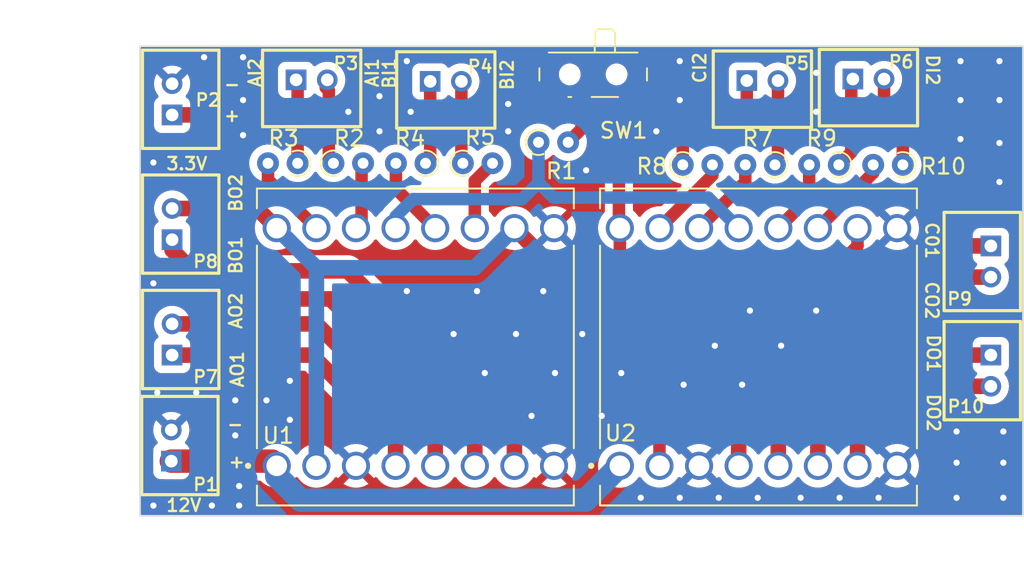
<source format=kicad_pcb>
(kicad_pcb (version 20221018) (generator pcbnew)
  (layers (0 "F.Cu" signal) (31 "B.Cu" signal) (34 "B.Paste" user) (35 "F.Paste" user) (36 "B.SilkS" user "B.Silkscreen") (37 "F.SilkS" user "F.Silkscreen") (38 "B.Mask" user) (39 "F.Mask" user) (44 "Edge.Cuts" user))
  (net 0 "")
  (net 1 "+12V")
  (net 2 "GND")
  (net 3 "/STBY")
  (net 4 "/INA1")
  (net 5 "/INA2")
  (net 6 "/INB1")
  (net 7 "/INB2")
  (net 8 "Net-(SW1-B)")
  (net 9 "/INC1")
  (net 10 "/INC2")
  (net 11 "/IND1")
  (net 12 "/IND2")
  (net 13 "/OUTA1")
  (net 14 "/OUTA2")
  (net 15 "/OUTB1")
  (net 16 "/OUTB2")
  (net 17 "/OUTC1")
  (net 18 "/OUTC2")
  (net 19 "/OUTD1")
  (net 20 "/OUTD2")
  (net 21 "+3.3V")
  (net 22 "Net-(U1-AI1)")
  (net 23 "Net-(U1-AI2)")
  (net 24 "Net-(U1-BI1)")
  (net 25 "Net-(U1-BI2)")
  (net 26 "Net-(U2-AI1)")
  (net 27 "Net-(U2-AI2)")
  (net 28 "Net-(U2-BI1)")
  (net 29 "Net-(U2-BI2)")
  (footprint "B2B-PH-K:B2B-PH-K" (layer "F.Cu") (at 229.5 121.05)
    (fp_text reference "P4" (at 2.2 -0.95) (layer "F.SilkS") (effects (font (size 0.8 0.8))))
    (fp_text value "B2B-PH-K")
    (fp_line (start -3.15 -1.9) (end 3.15 -1.9) (stroke (width 0.2032)) (layer "F.SilkS"))
    (fp_line (start -3.15 3) (end -3.15 -1.9) (stroke (width 0.2032)) (layer "F.SilkS"))
    (fp_line (start 3.15 -1.9) (end 3.15 3) (stroke (width 0.2032)) (layer "F.SilkS"))
    (fp_line (start 3.15 3) (end -3.15 3) (stroke (width 0.2032)) (layer "F.SilkS"))
    (pad "1" thru_hole rect (at -1 0) (size 1.3208 1.3208) (drill 0.8128) (layers "*.Cu" "*.Mask") (net 6 "/INB1"))
    (pad "2" thru_hole circle (at 1 0) (size 1.3208 1.3208) (drill 0.8128) (layers "*.Cu" "*.Mask") (net 7 "/INB2"))
  )
  (footprint "Resistor_THT:R_Axial_DIN0204_L3.6mm_D1.6mm_P1.90mm_Vertical" (layer "F.Cu") (at 258.805 126.4 180)
    (fp_text reference "R10" (at -2.595 -0.1) (layer "F.SilkS"))
    (fp_text value "4k")
    (fp_arc (start 0.320095 0.749359) (mid -0.813042 -0.054435) (end 0.417133 -0.7) (stroke (width 0.12)) (layer "F.SilkS"))
    (pad "1" thru_hole circle (at 0 0 180) (size 1.4 1.4) (drill 0.7) (layers "*.Cu" "*.Mask") (net 12 "/IND2"))
    (pad "2" thru_hole oval (at 1.9 0 180) (size 1.4 1.4) (drill 0.7) (layers "*.Cu" "*.Mask") (net 29 "Net-(U2-BI2)"))
  )
  (footprint "B2B-PH-K:B2B-PH-K" (layer "F.Cu") (at 249.8 121)
    (fp_text reference "P5" (at 2.2 -1.1) (layer "F.SilkS") (effects (font (size 0.8 0.8))))
    (fp_text value "B2B-PH-K")
    (fp_line (start -3.15 -1.9) (end 3.15 -1.9) (stroke (width 0.2032)) (layer "F.SilkS"))
    (fp_line (start -3.15 3) (end -3.15 -1.9) (stroke (width 0.2032)) (layer "F.SilkS"))
    (fp_line (start 3.15 -1.9) (end 3.15 3) (stroke (width 0.2032)) (layer "F.SilkS"))
    (fp_line (start 3.15 3) (end -3.15 3) (stroke (width 0.2032)) (layer "F.SilkS"))
    (pad "1" thru_hole rect (at -1 0) (size 1.3208 1.3208) (drill 0.8128) (layers "*.Cu" "*.Mask") (net 10 "/INC2"))
    (pad "2" thru_hole circle (at 1 0) (size 1.3208 1.3208) (drill 0.8128) (layers "*.Cu" "*.Mask") (net 9 "/INC1"))
  )
  (footprint "B2B-PH-K:B2B-PH-K" (layer "F.Cu") (at 264.45 139.6 -90)
    (fp_text reference "P10" (at 2.3 1.6) (layer "F.SilkS") (effects (font (size 0.8 0.8))))
    (fp_text value "B2B-PH-K")
    (fp_line (start -3.15 -1.9) (end 3.15 -1.9) (stroke (width 0.2032)) (layer "F.SilkS"))
    (fp_line (start -3.15 3) (end -3.15 -1.9) (stroke (width 0.2032)) (layer "F.SilkS"))
    (fp_line (start 3.15 -1.9) (end 3.15 3) (stroke (width 0.2032)) (layer "F.SilkS"))
    (fp_line (start 3.15 3) (end -3.15 3) (stroke (width 0.2032)) (layer "F.SilkS"))
    (pad "1" thru_hole rect (at -1 0 270) (size 1.3208 1.3208) (drill 0.8128) (layers "*.Cu" "*.Mask") (net 20 "/OUTD2"))
    (pad "2" thru_hole circle (at 1 0 270) (size 1.3208 1.3208) (drill 0.8128) (layers "*.Cu" "*.Mask") (net 19 "/OUTD1"))
  )
  (footprint "B2B-PH-K:B2B-PH-K" (layer "F.Cu") (at 211.95 137.6 90)
    (fp_text reference "P7" (at -2.4 2.15 180) (layer "F.SilkS") (effects (font (size 0.8 0.8))))
    (fp_text value "B2B-PH-K")
    (fp_line (start -3.15 -1.9) (end 3.15 -1.9) (stroke (width 0.2032)) (layer "F.SilkS"))
    (fp_line (start -3.15 3) (end -3.15 -1.9) (stroke (width 0.2032)) (layer "F.SilkS"))
    (fp_line (start 3.15 -1.9) (end 3.15 3) (stroke (width 0.2032)) (layer "F.SilkS"))
    (fp_line (start 3.15 3) (end -3.15 3) (stroke (width 0.2032)) (layer "F.SilkS"))
    (pad "1" thru_hole rect (at -1 0 90) (size 1.3208 1.3208) (drill 0.8128) (layers "*.Cu" "*.Mask") (net 13 "/OUTA1"))
    (pad "2" thru_hole circle (at 1 0 90) (size 1.3208 1.3208) (drill 0.8128) (layers "*.Cu" "*.Mask") (net 14 "/OUTA2"))
  )
  (footprint "Resistor_THT:R_Axial_DIN0204_L3.6mm_D1.6mm_P1.90mm_Vertical" (layer "F.Cu") (at 228.2 126.3 180)
    (fp_text reference "R4" (at 1 1.6) (layer "F.SilkS"))
    (fp_text value "4k")
    (fp_arc (start 0.320095 0.749359) (mid -0.813042 -0.054435) (end 0.417133 -0.7) (stroke (width 0.12)) (layer "F.SilkS"))
    (pad "1" thru_hole circle (at 0 0 180) (size 1.4 1.4) (drill 0.7) (layers "*.Cu" "*.Mask") (net 6 "/INB1"))
    (pad "2" thru_hole oval (at 1.9 0 180) (size 1.4 1.4) (drill 0.7) (layers "*.Cu" "*.Mask") (net 24 "Net-(U1-BI1)"))
  )
  (footprint "B2B-PH-K:B2B-PH-K" (layer "F.Cu") (at 211.95 122.2 90)
    (fp_text reference "P2" (at -0.05 2.3 180) (layer "F.SilkS") (effects (font (size 0.8 0.8))))
    (fp_text value "B2B-PH-K")
    (fp_line (start -3.15 -1.9) (end 3.15 -1.9) (stroke (width 0.2032)) (layer "F.SilkS"))
    (fp_line (start -3.15 3) (end -3.15 -1.9) (stroke (width 0.2032)) (layer "F.SilkS"))
    (fp_line (start 3.15 -1.9) (end 3.15 3) (stroke (width 0.2032)) (layer "F.SilkS"))
    (fp_line (start 3.15 3) (end -3.15 3) (stroke (width 0.2032)) (layer "F.SilkS"))
    (pad "1" thru_hole rect (at -1 0 90) (size 1.3208 1.3208) (drill 0.8128) (layers "*.Cu" "*.Mask") (net 21 "+3.3V"))
    (pad "2" thru_hole circle (at 1 0 90) (size 1.3208 1.3208) (drill 0.8128) (layers "*.Cu" "*.Mask") (net 2 "GND"))
  )
  (footprint "Resistor_THT:R_Axial_DIN0204_L3.6mm_D1.6mm_P1.90mm_Vertical" (layer "F.Cu") (at 244.695 126.4)
    (fp_text reference "R8" (at -1.995 0.1 180) (layer "F.SilkS"))
    (fp_text value "4k")
    (fp_arc (start 0.320095 0.749359) (mid -0.813042 -0.054435) (end 0.417133 -0.7) (stroke (width 0.12)) (layer "F.SilkS"))
    (pad "1" thru_hole circle (at 0 0) (size 1.4 1.4) (drill 0.7) (layers "*.Cu" "*.Mask") (net 10 "/INC2"))
    (pad "2" thru_hole oval (at 1.9 0) (size 1.4 1.4) (drill 0.7) (layers "*.Cu" "*.Mask") (net 27 "Net-(U2-AI2)"))
  )
  (footprint "Resistor_THT:R_Axial_DIN0204_L3.6mm_D1.6mm_P1.90mm_Vertical" (layer "F.Cu") (at 250.605 126.4 180)
    (fp_text reference "R7" (at 1.105 1.7) (layer "F.SilkS"))
    (fp_text value "4k")
    (fp_arc (start 0.320095 0.749359) (mid -0.813042 -0.054435) (end 0.417133 -0.7) (stroke (width 0.12)) (layer "F.SilkS"))
    (pad "1" thru_hole circle (at 0 0 180) (size 1.4 1.4) (drill 0.7) (layers "*.Cu" "*.Mask") (net 9 "/INC1"))
    (pad "2" thru_hole oval (at 1.9 0 180) (size 1.4 1.4) (drill 0.7) (layers "*.Cu" "*.Mask") (net 26 "Net-(U2-AI1)"))
  )
  (footprint "Resistor_THT:R_Axial_DIN0204_L3.6mm_D1.6mm_P1.90mm_Vertical" (layer "F.Cu") (at 254.7 126.4 180)
    (fp_text reference "R9" (at 1.1 1.7) (layer "F.SilkS"))
    (fp_text value "4k")
    (fp_arc (start 0.320095 0.749359) (mid -0.813042 -0.054435) (end 0.417133 -0.7) (stroke (width 0.12)) (layer "F.SilkS"))
    (pad "1" thru_hole circle (at 0 0 180) (size 1.4 1.4) (drill 0.7) (layers "*.Cu" "*.Mask") (net 11 "/IND1"))
    (pad "2" thru_hole oval (at 1.9 0 180) (size 1.4 1.4) (drill 0.7) (layers "*.Cu" "*.Mask") (net 28 "Net-(U2-BI1)"))
  )
  (footprint "B2B-PH-K:B2B-PH-K" (layer "F.Cu") (at 211.95 130.2 90)
    (fp_text reference "P8" (at -2.4 2.15 180) (layer "F.SilkS") (effects (font (size 0.8 0.8))))
    (fp_text value "B2B-PH-K")
    (fp_line (start -3.15 -1.9) (end 3.15 -1.9) (stroke (width 0.2032)) (layer "F.SilkS"))
    (fp_line (start -3.15 3) (end -3.15 -1.9) (stroke (width 0.2032)) (layer "F.SilkS"))
    (fp_line (start 3.15 -1.9) (end 3.15 3) (stroke (width 0.2032)) (layer "F.SilkS"))
    (fp_line (start 3.15 3) (end -3.15 3) (stroke (width 0.2032)) (layer "F.SilkS"))
    (pad "1" thru_hole rect (at -1 0 90) (size 1.3208 1.3208) (drill 0.8128) (layers "*.Cu" "*.Mask") (net 16 "/OUTB2"))
    (pad "2" thru_hole circle (at 1 0 90) (size 1.3208 1.3208) (drill 0.8128) (layers "*.Cu" "*.Mask") (net 15 "/OUTB1"))
  )
  (footprint "Button_Switch_SMD:SW_SPDT_PCM12" (layer "F.Cu") (at 238.95 120.93 180)
    (fp_text reference "SW1" (at -1.95 -3.27 180) (layer "F.SilkS"))
    (fp_text value "SW_SPDT")
    (fp_line (start -3.45 -0.07) (end -3.45 0.72) (stroke (width 0.12)) (layer "F.SilkS"))
    (fp_line (start -2.85 1.73) (end 2.85 1.73) (stroke (width 0.12)) (layer "F.SilkS"))
    (fp_line (start -1.6 -1.12) (end 0.1 -1.12) (stroke (width 0.12)) (layer "F.SilkS"))
    (fp_line (start -1.4 1.73) (end -1.4 3.02) (stroke (width 0.12)) (layer "F.SilkS"))
    (fp_line (start -1.4 3.02) (end -1.2 3.23) (stroke (width 0.12)) (layer "F.SilkS"))
    (fp_line (start -1.2 3.23) (end -0.3 3.23) (stroke (width 0.12)) (layer "F.SilkS"))
    (fp_line (start -0.1 3.02) (end -0.3 3.23) (stroke (width 0.12)) (layer "F.SilkS"))
    (fp_line (start -0.1 3.02) (end -0.1 1.73) (stroke (width 0.12)) (layer "F.SilkS"))
    (fp_line (start 1.4 -1.12) (end 1.6 -1.12) (stroke (width 0.12)) (layer "F.SilkS"))
    (fp_line (start 3.45 0.72) (end 3.45 -0.07) (stroke (width 0.12)) (layer "F.SilkS"))
    (pad "" smd rect (at -3.65 -0.78 180) (size 1 0.8) (layers "F.Cu" "F.Paste" "F.Mask"))
    (pad "" smd rect (at -3.65 1.43 180) (size 1 0.8) (layers "F.Cu" "F.Paste" "F.Mask"))
    (pad "" np_thru_hole circle (at -1.5 0.33 180) (size 0.9 0.9) (drill 0.9) (layers "*.Cu" "*.Mask"))
    (pad "" np_thru_hole circle (at 1.5 0.33 180) (size 0.9 0.9) (drill 0.9) (layers "*.Cu" "*.Mask"))
    (pad "" smd rect (at 3.65 -0.78 180) (size 1 0.8) (layers "F.Cu" "F.Paste" "F.Mask"))
    (pad "" smd rect (at 3.65 1.43 180) (size 1 0.8) (layers "F.Cu" "F.Paste" "F.Mask"))
    (pad "1" smd rect (at -2.25 -1.43 180) (size 0.7 1.5) (layers "F.Cu" "F.Paste" "F.Mask") (net 21 "+3.3V"))
    (pad "2" smd rect (at 0.75 -1.43 180) (size 0.7 1.5) (layers "F.Cu" "F.Paste" "F.Mask") (net 8 "Net-(SW1-B)"))
    (pad "3" smd rect (at 2.25 -1.43 180) (size 0.7 1.5) (layers "F.Cu" "F.Paste" "F.Mask") (net 2 "GND"))
  )
  (footprint "motor driver:TB6612FNG_2" (layer "F.Cu") (at 249.55 138.08 90)
    (fp_text reference "U2" (at -5.5332 -8.85 180) (layer "F.SilkS"))
    (fp_text value "TB6612FNG")
    (fp_line (start -10.16 -10.16) (end -10.16 10.16) (stroke (width 0.127)) (layer "F.SilkS"))
    (fp_line (start -8.89 -10.16) (end -10.16 -10.16) (stroke (width 0.127)) (layer "F.SilkS"))
    (fp_line (start -8.89 10.16) (end -10.16 10.16) (stroke (width 0.127)) (layer "F.SilkS"))
    (fp_line (start -6.5 -10.16) (end 6.5 -10.16) (stroke (width 0.127)) (layer "F.SilkS"))
    (fp_line (start -6.5 10.16) (end 6.5 10.16) (stroke (width 0.127)) (layer "F.SilkS"))
    (fp_line (start 8.89 -10.16) (end 10.16 -10.16) (stroke (width 0.127)) (layer "F.SilkS"))
    (fp_line (start 8.89 10.16) (end 10.16 10.16) (stroke (width 0.127)) (layer "F.SilkS"))
    (fp_line (start 10.16 10.16) (end 10.16 -10.16) (stroke (width 0.127)) (layer "F.SilkS"))
    (fp_circle (center -7.62 -10.7282) (end -7.52 -10.7282) (stroke (width 0.2)) (fill none) (layer "F.SilkS"))
    (pad "1" thru_hole circle (at -7.62 -8.89 90) (size 1.8 1.8) (drill 1.32) (layers "*.Cu" "*.Mask") (net 1 "+12V"))
    (pad "2" thru_hole circle (at -7.62 -6.35 90) (size 1.8 1.8) (drill 1.32) (layers "*.Cu" "*.Mask") (net 21 "+3.3V"))
    (pad "3" thru_hole circle (at -7.62 -3.81 90) (size 1.8 1.8) (drill 1.32) (layers "*.Cu" "*.Mask") (net 2 "GND"))
    (pad "4" thru_hole circle (at -7.62 -1.27 90) (size 1.8 1.8) (drill 1.32) (layers "*.Cu" "*.Mask") (net 17 "/OUTC1"))
    (pad "5" thru_hole circle (at -7.62 1.27 90) (size 1.8 1.8) (drill 1.32) (layers "*.Cu" "*.Mask") (net 18 "/OUTC2"))
    (pad "6" thru_hole circle (at -7.62 3.81 90) (size 1.8 1.8) (drill 1.32) (layers "*.Cu" "*.Mask") (net 20 "/OUTD2"))
    (pad "7" thru_hole circle (at -7.62 6.35 90) (size 1.8 1.8) (drill 1.32) (layers "*.Cu" "*.Mask") (net 19 "/OUTD1"))
    (pad "8" thru_hole circle (at -7.62 8.89 90) (size 1.8 1.8) (drill 1.32) (layers "*.Cu" "*.Mask") (net 2 "GND"))
    (pad "9" thru_hole circle (at 7.62 8.89 90) (size 1.8 1.8) (drill 1.32) (layers "*.Cu" "*.Mask") (net 2 "GND"))
    (pad "10" thru_hole circle (at 7.62 6.35 90) (size 1.8 1.8) (drill 1.32) (layers "*.Cu" "*.Mask") (net 21 "+3.3V"))
    (pad "11" thru_hole circle (at 7.62 3.81 90) (size 1.8 1.8) (drill 1.32) (layers "*.Cu" "*.Mask") (net 29 "Net-(U2-BI2)"))
    (pad "12" thru_hole circle (at 7.62 1.27 90) (size 1.8 1.8) (drill 1.32) (layers "*.Cu" "*.Mask") (net 28 "Net-(U2-BI1)"))
    (pad "13" thru_hole circle (at 7.62 -1.27 90) (size 1.8 1.8) (drill 1.32) (layers "*.Cu" "*.Mask") (net 3 "/STBY"))
    (pad "14" thru_hole circle (at 7.62 -3.81 90) (size 1.8 1.8) (drill 1.32) (layers "*.Cu" "*.Mask") (net 26 "Net-(U2-AI1)"))
    (pad "15" thru_hole circle (at 7.62 -6.35 90) (size 1.8 1.8) (drill 1.32) (layers "*.Cu" "*.Mask") (net 27 "Net-(U2-AI2)"))
    (pad "16" thru_hole circle (at 7.62 -8.89 90) (size 1.8 1.8) (drill 1.32) (layers "*.Cu" "*.Mask") (net 21 "+3.3V"))
  )
  (footprint "Resistor_THT:R_Axial_DIN0204_L3.6mm_D1.6mm_P1.90mm_Vertical" (layer "F.Cu") (at 222.295 126.3)
    (fp_text reference "R2" (at 1.005 -1.6) (layer "F.SilkS"))
    (fp_text value "4k")
    (fp_arc (start 0.320095 0.749359) (mid -0.813042 -0.054435) (end 0.417133 -0.7) (stroke (width 0.12)) (layer "F.SilkS"))
    (pad "1" thru_hole circle (at 0 0) (size 1.4 1.4) (drill 0.7) (layers "*.Cu" "*.Mask") (net 4 "/INA1"))
    (pad "2" thru_hole oval (at 1.9 0) (size 1.4 1.4) (drill 0.7) (layers "*.Cu" "*.Mask") (net 22 "Net-(U1-AI1)"))
  )
  (footprint "Resistor_THT:R_Axial_DIN0204_L3.6mm_D1.6mm_P1.90mm_Vertical" (layer "F.Cu") (at 220 126.3 180)
    (fp_text reference "R3" (at 0.9 1.6) (layer "F.SilkS"))
    (fp_text value "4k")
    (fp_arc (start 0.320095 0.749359) (mid -0.813042 -0.054435) (end 0.417133 -0.7) (stroke (width 0.12)) (layer "F.SilkS"))
    (pad "1" thru_hole circle (at 0 0 180) (size 1.4 1.4) (drill 0.7) (layers "*.Cu" "*.Mask") (net 5 "/INA2"))
    (pad "2" thru_hole oval (at 1.9 0 180) (size 1.4 1.4) (drill 0.7) (layers "*.Cu" "*.Mask") (net 23 "Net-(U1-AI2)"))
  )
  (footprint "B2B-PH-K:B2B-PH-K" (layer "F.Cu") (at 211.9 144.4 90)
    (fp_text reference "P1" (at -2.5 2.2 180) (layer "F.SilkS") (effects (font (size 0.8 0.8))))
    (fp_text value "B2B-PH-K")
    (fp_line (start -3.15 -1.9) (end 3.15 -1.9) (stroke (width 0.2032)) (layer "F.SilkS"))
    (fp_line (start -3.15 3) (end -3.15 -1.9) (stroke (width 0.2032)) (layer "F.SilkS"))
    (fp_line (start 3.15 -1.9) (end 3.15 3) (stroke (width 0.2032)) (layer "F.SilkS"))
    (fp_line (start 3.15 3) (end -3.15 3) (stroke (width 0.2032)) (layer "F.SilkS"))
    (pad "1" thru_hole rect (at -1 0 90) (size 1.3208 1.3208) (drill 0.8128) (layers "*.Cu" "*.Mask") (net 1 "+12V"))
    (pad "2" thru_hole circle (at 1 0 90) (size 1.3208 1.3208) (drill 0.8128) (layers "*.Cu" "*.Mask") (net 2 "GND"))
  )
  (footprint "B2B-PH-K:B2B-PH-K" (layer "F.Cu") (at 264.45 132.6 -90)
    (fp_text reference "P9" (at 2.4 2) (layer "F.SilkS") (effects (font (size 0.8 0.8))))
    (fp_text value "B2B-PH-K")
    (fp_line (start -3.15 -1.9) (end 3.15 -1.9) (stroke (width 0.2032)) (layer "F.SilkS"))
    (fp_line (start -3.15 3) (end -3.15 -1.9) (stroke (width 0.2032)) (layer "F.SilkS"))
    (fp_line (start 3.15 -1.9) (end 3.15 3) (stroke (width 0.2032)) (layer "F.SilkS"))
    (fp_line (start 3.15 3) (end -3.15 3) (stroke (width 0.2032)) (layer "F.SilkS"))
    (pad "1" thru_hole rect (at -1 0 270) (size 1.3208 1.3208) (drill 0.8128) (layers "*.Cu" "*.Mask") (net 17 "/OUTC1"))
    (pad "2" thru_hole circle (at 1 0 270) (size 1.3208 1.3208) (drill 0.8128) (layers "*.Cu" "*.Mask") (net 18 "/OUTC2"))
  )
  (footprint "B2B-PH-K:B2B-PH-K" (layer "F.Cu") (at 220.9 120.95)
    (fp_text reference "P3" (at 2.2 -1.05) (layer "F.SilkS") (effects (font (size 0.8 0.8))))
    (fp_text value "B2B-PH-K")
    (fp_line (start -3.15 -1.9) (end 3.15 -1.9) (stroke (width 0.2032)) (layer "F.SilkS"))
    (fp_line (start -3.15 3) (end -3.15 -1.9) (stroke (width 0.2032)) (layer "F.SilkS"))
    (fp_line (start 3.15 -1.9) (end 3.15 3) (stroke (width 0.2032)) (layer "F.SilkS"))
    (fp_line (start 3.15 3) (end -3.15 3) (stroke (width 0.2032)) (layer "F.SilkS"))
    (pad "1" thru_hole rect (at -1 0) (size 1.3208 1.3208) (drill 0.8128) (layers "*.Cu" "*.Mask") (net 5 "/INA2"))
    (pad "2" thru_hole circle (at 1 0) (size 1.3208 1.3208) (drill 0.8128) (layers "*.Cu" "*.Mask") (net 4 "/INA1"))
  )
  (footprint "Resistor_THT:R_Axial_DIN0204_L3.6mm_D1.6mm_P1.90mm_Vertical" (layer "F.Cu") (at 235.445 124.955)
    (fp_text reference "R1" (at 1.455 1.845 180) (layer "F.SilkS"))
    (fp_text value "10k")
    (fp_arc (start 0.320095 0.749359) (mid -0.813042 -0.054435) (end 0.417133 -0.7) (stroke (width 0.12)) (layer "F.SilkS"))
    (pad "1" thru_hole circle (at 0 0) (size 1.4 1.4) (drill 0.7) (layers "*.Cu" "*.Mask") (net 3 "/STBY"))
    (pad "2" thru_hole oval (at 1.9 0) (size 1.4 1.4) (drill 0.7) (layers "*.Cu" "*.Mask") (net 8 "Net-(SW1-B)"))
  )
  (footprint "B2B-PH-K:B2B-PH-K" (layer "F.Cu") (at 256.6 120.9)
    (fp_text reference "P6" (at 2.1 -1.1) (layer "F.SilkS") (effects (font (size 0.8 0.8))))
    (fp_text value "B2B-PH-K")
    (fp_line (start -3.15 -1.9) (end 3.15 -1.9) (stroke (width 0.2032)) (layer "F.SilkS"))
    (fp_line (start -3.15 3) (end -3.15 -1.9) (stroke (width 0.2032)) (layer "F.SilkS"))
    (fp_line (start 3.15 -1.9) (end 3.15 3) (stroke (width 0.2032)) (layer "F.SilkS"))
    (fp_line (start 3.15 3) (end -3.15 3) (stroke (width 0.2032)) (layer "F.SilkS"))
    (pad "1" thru_hole rect (at -1 0) (size 1.3208 1.3208) (drill 0.8128) (layers "*.Cu" "*.Mask") (net 11 "/IND1"))
    (pad "2" thru_hole circle (at 1 0) (size 1.3208 1.3208) (drill 0.8128) (layers "*.Cu" "*.Mask") (net 12 "/IND2"))
  )
  (footprint "motor driver:TB6612FNG_2" (layer "F.Cu") (at 227.55 138.08 90)
    (fp_text reference "U1" (at -5.68 -8.79 180) (layer "F.SilkS"))
    (fp_text value "TB6612FNG")
    (fp_line (start -10.16 -10.16) (end -10.16 10.16) (stroke (width 0.127)) (layer "F.SilkS"))
    (fp_line (start -8.89 -10.16) (end -10.16 -10.16) (stroke (width 0.127)) (layer "F.SilkS"))
    (fp_line (start -8.89 10.16) (end -10.16 10.16) (stroke (width 0.127)) (layer "F.SilkS"))
    (fp_line (start -6.5 -10.16) (end 6.5 -10.16) (stroke (width 0.127)) (layer "F.SilkS"))
    (fp_line (start -6.5 10.16) (end 6.5 10.16) (stroke (width 0.127)) (layer "F.SilkS"))
    (fp_line (start 8.89 -10.16) (end 10.16 -10.16) (stroke (width 0.127)) (layer "F.SilkS"))
    (fp_line (start 8.89 10.16) (end 10.16 10.16) (stroke (width 0.127)) (layer "F.SilkS"))
    (fp_line (start 10.16 10.16) (end 10.16 -10.16) (stroke (width 0.127)) (layer "F.SilkS"))
    (fp_circle (center -7.62 -10.7282) (end -7.52 -10.7282) (stroke (width 0.2)) (fill none) (layer "F.SilkS"))
    (pad "1" thru_hole circle (at -7.62 -8.89 90) (size 1.8 1.8) (drill 1.32) (layers "*.Cu" "*.Mask") (net 1 "+12V"))
    (pad "2" thru_hole circle (at -7.62 -6.35 90) (size 1.8 1.8) (drill 1.32) (layers "*.Cu" "*.Mask") (net 21 "+3.3V"))
    (pad "3" thru_hole circle (at -7.62 -3.81 90) (size 1.8 1.8) (drill 1.32) (layers "*.Cu" "*.Mask") (net 2 "GND"))
    (pad "4" thru_hole circle (at -7.62 -1.27 90) (size 1.8 1.8) (drill 1.32) (layers "*.Cu" "*.Mask") (net 13 "/OUTA1"))
    (pad "5" thru_hole circle (at -7.62 1.27 90) (size 1.8 1.8) (drill 1.32) (layers "*.Cu" "*.Mask") (net 14 "/OUTA2"))
    (pad "6" thru_hole circle (at -7.62 3.81 90) (size 1.8 1.8) (drill 1.32) (layers "*.Cu" "*.Mask") (net 16 "/OUTB2"))
    (pad "7" thru_hole circle (at -7.62 6.35 90) (size 1.8 1.8) (drill 1.32) (layers "*.Cu" "*.Mask") (net 15 "/OUTB1"))
    (pad "8" thru_hole circle (at -7.62 8.89 90) (size 1.8 1.8) (drill 1.32) (layers "*.Cu" "*.Mask") (net 2 "GND"))
    (pad "9" thru_hole circle (at 7.62 8.89 90) (size 1.8 1.8) (drill 1.32) (layers "*.Cu" "*.Mask") (net 2 "GND"))
    (pad "10" thru_hole circle (at 7.62 6.35 90) (size 1.8 1.8) (drill 1.32) (layers "*.Cu" "*.Mask") (net 21 "+3.3V"))
    (pad "11" thru_hole circle (at 7.62 3.81 90) (size 1.8 1.8) (drill 1.32) (layers "*.Cu" "*.Mask") (net 25 "Net-(U1-BI2)"))
    (pad "12" thru_hole circle (at 7.62 1.27 90) (size 1.8 1.8) (drill 1.32) (layers "*.Cu" "*.Mask") (net 24 "Net-(U1-BI1)"))
    (pad "13" thru_hole circle (at 7.62 -1.27 90) (size 1.8 1.8) (drill 1.32) (layers "*.Cu" "*.Mask") (net 3 "/STBY"))
    (pad "14" thru_hole circle (at 7.62 -3.81 90) (size 1.8 1.8) (drill 1.32) (layers "*.Cu" "*.Mask") (net 22 "Net-(U1-AI1)"))
    (pad "15" thru_hole circle (at 7.62 -6.35 90) (size 1.8 1.8) (drill 1.32) (layers "*.Cu" "*.Mask") (net 23 "Net-(U1-AI2)"))
    (pad "16" thru_hole circle (at 7.62 -8.89 90) (size 1.8 1.8) (drill 1.32) (layers "*.Cu" "*.Mask") (net 21 "+3.3V"))
  )
  (footprint "Resistor_THT:R_Axial_DIN0204_L3.6mm_D1.6mm_P1.90mm_Vertical" (layer "F.Cu") (at 230.595 126.3)
    (fp_text reference "R5" (at 1.105 -1.7) (layer "F.SilkS"))
    (fp_text value "4k")
    (fp_arc (start 0.320095 0.749359) (mid -0.813042 -0.054435) (end 0.417133 -0.7) (stroke (width 0.12)) (layer "F.SilkS"))
    (pad "1" thru_hole circle (at 0 0) (size 1.4 1.4) (drill 0.7) (layers "*.Cu" "*.Mask") (net 7 "/INB2"))
    (pad "2" thru_hole oval (at 1.9 0) (size 1.4 1.4) (drill 0.7) (layers "*.Cu" "*.Mask") (net 25 "Net-(U1-BI2)"))
  )
  (gr_rect (start 209.9 118.8) (end 266.5 148.9) (stroke (width 0.1)) (fill none) (layer "Edge.Cuts"))
  (gr_text "AI2" (at 217.75 121.5 90) (layer "F.SilkS") (effects (font (size 0.8 0.8) (thickness 0.15) bold) (justify left bottom)))
  (gr_text "AO1" (at 216.6 140.75 90) (layer "F.SilkS") (effects (font (size 0.8 0.8) (thickness 0.15) bold) (justify left bottom)))
  (gr_text "+" (at 215.5 145.9) (layer "F.SilkS") (effects (font (size 0.8 0.8) (thickness 0.15) bold) (justify left bottom)))
  (gr_text "CI2" (at 246.25 121.25 90) (layer "F.SilkS") (effects (font (size 0.8 0.8) (thickness 0.15) bold) (justify left bottom)))
  (gr_text "BO1" (at 216.5 133.5 90) (layer "F.SilkS") (effects (font (size 0.8 0.8) (thickness 0.15) bold) (justify left bottom)))
  (gr_text "BI1" (at 226.35 121.6 90) (layer "F.SilkS") (effects (font (size 0.8 0.8) (thickness 0.15) bold) (justify left bottom)))
  (gr_text "12V" (at 211.5 148.7) (layer "F.SilkS") (effects (font (size 0.8 0.8) (thickness 0.15) bold) (justify left bottom)))
  (gr_text "DO1" (at 260.3 137.2 270) (layer "F.SilkS") (effects (font (size 0.8 0.8) (thickness 0.15) bold) (justify left bottom)))
  (gr_text "+" (at 215.2 123.7) (layer "F.SilkS") (effects (font (size 0.8 0.8) (thickness 0.15) bold) (justify left bottom)))
  (gr_text "-" (at 215.2 121.7) (layer "F.SilkS") (effects (font (size 0.8 0.8) (thickness 0.15) bold) (justify left bottom)))
  (gr_text "-" (at 215.4 143.5) (layer "F.SilkS") (effects (font (size 0.8 0.8) (thickness 0.15) bold) (justify left bottom)))
  (gr_text "AI1" (at 225.25 121.5 90) (layer "F.SilkS") (effects (font (size 0.8 0.8) (thickness 0.15) bold) (justify left bottom)))
  (gr_text "AO2" (at 216.5 137 90) (layer "F.SilkS") (effects (font (size 0.8 0.8) (thickness 0.15) bold) (justify left bottom)))
  (gr_text "BO2" (at 216.5 129.5 90) (layer "F.SilkS") (effects (font (size 0.8 0.8) (thickness 0.15) bold) (justify left bottom)))
  (gr_text "DI2" (at 260.25 119.25 -90) (layer "F.SilkS") (effects (font (size 0.8 0.8) (thickness 0.15) bold) (justify left bottom)))
  (gr_text "CO2" (at 260.2 133.8 270) (layer "F.SilkS") (effects (font (size 0.8 0.8) (thickness 0.15) bold) (justify left bottom)))
  (gr_text "C01" (at 260.2 130 270) (layer "F.SilkS") (effects (font (size 0.8 0.8) (thickness 0.15) bold) (justify left bottom)))
  (gr_text "DO2" (at 260.3 141 270) (layer "F.SilkS") (effects (font (size 0.8 0.8) (thickness 0.15) bold) (justify left bottom)))
  (gr_text "BI2" (at 233.9 121.7 90) (layer "F.SilkS") (effects (font (size 0.8 0.8) (thickness 0.15) bold) (justify left bottom)))
  (gr_text "3.3V" (at 211.5 126.8) (layer "F.SilkS") (effects (font (size 0.8 0.8) (thickness 0.15) bold) (justify left bottom)))
  (segment (start 218.36 145.4) (end 218.66 145.7) (width 1.5) (layer "F.Cu") (net 1))
  (segment (start 211.9 145.4) (end 218.36 145.4) (width 1.5) (layer "F.Cu") (net 1))
  (segment (start 218.66 146.36) (end 220.2 147.9) (width 1.5) (layer "B.Cu") (net 1))
  (segment (start 218.66 145.7) (end 218.66 146.36) (width 1.5) (layer "B.Cu") (net 1))
  (segment (start 220.2 147.9) (end 238.46 147.9) (width 1.5) (layer "B.Cu") (net 1))
  (segment (start 238.46 147.9) (end 240.66 145.7) (width 1.5) (layer "B.Cu") (net 1))
  (via (at 236.5 139.75) (size 0.8) (drill 0.4) (layers "F.Cu" "B.Cu") (net 2))
  (via (at 244.5 147.75) (size 0.8) (drill 0.4) (layers "F.Cu" "B.Cu") (net 2))
  (via (at 210.75 134) (size 0.8) (drill 0.4) (layers "F.Cu" "B.Cu") (net 2))
  (via (at 262.5 122.25) (size 0.8) (drill 0.4) (layers "F.Cu" "B.Cu") (net 2))
  (via (at 254.75 147.75) (size 0.8) (drill 0.4) (layers "F.Cu" "B.Cu") (net 2))
  (via (at 235 142.5) (size 0.8) (drill 0.4) (layers "F.Cu" "B.Cu") (net 2))
  (via (at 230 137.25) (size 0.8) (drill 0.4) (layers "F.Cu" "B.Cu") (net 2))
  (via (at 216.5 124.5) (size 0.8) (drill 0.4) (layers "F.Cu" "B.Cu") (net 2))
  (via (at 238.25 137.25) (size 0.8) (drill 0.4) (layers "F.Cu" "B.Cu") (net 2))
  (via (at 238.5 126.75) (size 0.8) (drill 0.4) (layers "F.Cu" "B.Cu") (net 2))
  (via (at 227 134.5) (size 0.8) (drill 0.4) (layers "F.Cu" "B.Cu") (net 2))
  (via (at 233.5 122.5) (size 0.8) (drill 0.4) (layers "F.Cu" "B.Cu") (net 2))
  (via (at 262.5 124.75) (size 0.8) (drill 0.4) (layers "F.Cu" "B.Cu") (net 2))
  (via (at 262.5 119.75) (size 0.8) (drill 0.4) (layers "F.Cu" "B.Cu") (net 2))
  (via (at 219.5 140.25) (size 0.8) (drill 0.4) (layers "F.Cu" "B.Cu") (net 2))
  (via (at 231.5 134.5) (size 0.8) (drill 0.4) (layers "F.Cu" "B.Cu") (net 2))
  (via (at 211 141) (size 0.8) (drill 0.4) (layers "F.Cu" "B.Cu") (net 2))
  (via (at 248.5 140.5) (size 0.8) (drill 0.4) (layers "F.Cu" "B.Cu") (net 2))
  (via (at 244.5 122.25) (size 0.8) (drill 0.4) (layers "F.Cu" "B.Cu") (net 2))
  (via (at 223.25 123) (size 0.8) (drill 0.4) (layers "F.Cu" "B.Cu") (net 2))
  (via (at 262.25 143.5) (size 0.8) (drill 0.4) (layers "F.Cu" "B.Cu") (net 2))
  (via (at 257.25 147.75) (size 0.8) (drill 0.4) (layers "F.Cu" "B.Cu") (net 2))
  (via (at 219.5 142.75) (size 0.8) (drill 0.4) (layers "F.Cu" "B.Cu") (net 2))
  (via (at 253.25 135.75) (size 0.8) (drill 0.4) (layers "F.Cu" "B.Cu") (net 2))
  (via (at 252.25 147.75) (size 0.8) (drill 0.4) (layers "F.Cu" "B.Cu") (net 2))
  (via (at 262.25 147.75) (size 0.8) (drill 0.4) (layers "F.Cu" "B.Cu") (net 2))
  (via (at 246.75 138) (size 0.8) (drill 0.4) (layers "F.Cu" "B.Cu") (net 2))
  (via (at 225.25 122) (size 0.8) (drill 0.4) (layers "F.Cu" "B.Cu") (net 2))
  (via (at 265.25 145.5) (size 0.8) (drill 0.4) (layers "F.Cu" "B.Cu") (net 2))
  (via (at 247 147.75) (size 0.8) (drill 0.4) (layers "F.Cu" "B.Cu") (net 2))
  (via (at 214 119.5) (size 0.8) (drill 0.4) (layers "F.Cu" "B.Cu") (net 2))
  (via (at 227 119.75) (size 0.8) (drill 0.4) (layers "F.Cu" "B.Cu") (net 2))
  (via (at 265.25 143.5) (size 0.8) (drill 0.4) (layers "F.Cu" "B.Cu") (net 2))
  (via (at 210.75 126.25) (size 0.8) (drill 0.4) (layers "F.Cu" "B.Cu") (net 2))
  (via (at 265.25 147.75) (size 0.8) (drill 0.4) (layers "F.Cu" "B.Cu") (net 2))
  (via (at 243 124.25) (size 0.8) (drill 0.4) (layers "F.Cu" "B.Cu") (net 2))
  (via (at 225.25 124.25) (size 0.8) (drill 0.4) (layers "F.Cu" "B.Cu") (net 2))
  (via (at 265 122.25) (size 0.8) (drill 0.4) (layers "F.Cu" "B.Cu") (net 2))
  (via (at 244.75 140.5) (size 0.8) (drill 0.4) (layers "F.Cu" "B.Cu") (net 2))
  (via (at 249 135.75) (size 0.8) (drill 0.4) (layers "F.Cu" "B.Cu") (net 2))
  (via (at 234 137.25) (size 0.8) (drill 0.4) (layers "F.Cu" "B.Cu") (net 2))
  (via (at 216 141.5) (size 0.8) (drill 0.4) (layers "F.Cu" "B.Cu") (net 2))
  (via (at 218 141.5) (size 0.8) (drill 0.4) (layers "F.Cu" "B.Cu") (net 2))
  (via (at 265 119.75) (size 0.8) (drill 0.4) (layers "F.Cu" "B.Cu") (net 2))
  (via (at 242 147.75) (size 0.8) (drill 0.4) (layers "F.Cu" "B.Cu") (net 2))
  (via (at 227.25 123) (size 0.8) (drill 0.4) (layers "F.Cu" "B.Cu") (net 2))
  (via (at 214.5 148.25) (size 0.8) (drill 0.4) (layers "F.Cu" "B.Cu") (net 2))
  (via (at 216.5 119.5) (size 0.8) (drill 0.4) (layers "F.Cu" "B.Cu") (net 2))
  (via (at 239.5 142.5) (size 0.8) (drill 0.4) (layers "F.Cu" "B.Cu") (net 2))
  (via (at 244.5 119.75) (size 0.8) (drill 0.4) (layers "F.Cu" "B.Cu") (net 2))
  (via (at 265 125) (size 0.8) (drill 0.4) (layers "F.Cu" "B.Cu") (net 2))
  (via (at 216.25 148.25) (size 0.8) (drill 0.4) (layers "F.Cu" "B.Cu") (net 2))
  (via (at 253.25 120.5) (size 0.8) (drill 0.4) (layers "F.Cu" "B.Cu") (net 2))
  (via (at 233.5 124.25) (size 0.8) (drill 0.4) (layers "F.Cu" "B.Cu") (net 2))
  (via (at 240.75 139.75) (size 0.8) (drill 0.4) (layers "F.Cu" "B.Cu") (net 2))
  (via (at 249.5 147.75) (size 0.8) (drill 0.4) (layers "F.Cu" "B.Cu") (net 2))
  (via (at 216.25 147) (size 0.8) (drill 0.4) (layers "F.Cu" "B.Cu") (net 2))
  (via (at 235.75 134.5) (size 0.8) (drill 0.4) (layers "F.Cu" "B.Cu") (net 2))
  (via (at 213.5 141) (size 0.8) (drill 0.4) (layers "F.Cu" "B.Cu") (net 2))
  (via (at 232 139.75) (size 0.8) (drill 0.4) (layers "F.Cu" "B.Cu") (net 2))
  (via (at 253.25 123) (size 0.8) (drill 0.4) (layers "F.Cu" "B.Cu") (net 2))
  (via (at 210.75 148.25) (size 0.8) (drill 0.4) (layers "F.Cu" "B.Cu") (net 2))
  (via (at 251 138) (size 0.8) (drill 0.4) (layers "F.Cu" "B.Cu") (net 2))
  (via (at 216.5 122.25) (size 0.8) (drill 0.4) (layers "F.Cu" "B.Cu") (net 2))
  (via (at 262.25 145.5) (size 0.8) (drill 0.4) (layers "F.Cu" "B.Cu") (net 2))
  (via (at 216 143.75) (size 0.8) (drill 0.4) (layers "F.Cu" "B.Cu") (net 2))
  (via (at 265 127.5) (size 0.8) (drill 0.4) (layers "F.Cu" "B.Cu") (net 2))
  (segment (start 226.28 129.72) (end 226.28 130.46) (width 0.8) (layer "B.Cu") (net 3))
  (segment (start 248.28 130.46) (end 246.32 128.5) (width 0.8) (layer "B.Cu") (net 3))
  (segment (start 234.39 128.6) (end 227.4 128.6) (width 0.8) (layer "B.Cu") (net 3))
  (segment (start 235.445 127.545) (end 234.39 128.6) (width 0.8) (layer "B.Cu") (net 3))
  (segment (start 236.4 128.5) (end 235.445 127.545) (width 0.8) (layer "B.Cu") (net 3))
  (segment (start 235.445 124.955) (end 235.445 127.545) (width 0.8) (layer "B.Cu") (net 3))
  (segment (start 246.32 128.5) (end 236.4 128.5) (width 0.8) (layer "B.Cu") (net 3))
  (segment (start 227.4 128.6) (end 226.28 129.72) (width 0.8) (layer "B.Cu") (net 3))
  (segment (start 222 121.65) (end 221.8 121.45) (width 0.8) (layer "F.Cu") (net 4))
  (segment (start 222 126.005) (end 222 121.65) (width 0.8) (layer "F.Cu") (net 4))
  (segment (start 222.295 126.3) (end 222 126.005) (width 0.8) (layer "F.Cu") (net 4))
  (segment (start 220 121.65) (end 220 126.3) (width 0.8) (layer "F.Cu") (net 5))
  (segment (start 228.5 121.05) (end 228.5 126) (width 0.8) (layer "F.Cu") (net 6))
  (segment (start 228.5 126) (end 228.2 126.3) (width 0.8) (layer "F.Cu") (net 6))
  (segment (start 230.5 121.05) (end 230.5 126.205) (width 0.8) (layer "F.Cu") (net 7))
  (segment (start 230.5 126.205) (end 230.595 126.3) (width 0.8) (layer "F.Cu") (net 7))
  (segment (start 238.2 122.36) (end 238.2 124.1) (width 0.8) (layer "F.Cu") (net 8))
  (segment (start 238.2 124.1) (end 237.345 124.955) (width 0.8) (layer "F.Cu") (net 8))
  (segment (start 250.7 126.4) (end 250.4 126.4) (width 0.3) (layer "F.Cu") (net 9))
  (segment (start 250.8 126.205) (end 250.605 126.4) (width 0.8) (layer "F.Cu") (net 9))
  (segment (start 250.8 121) (end 250.8 126.205) (width 0.8) (layer "F.Cu") (net 9))
  (segment (start 248.8 122.95) (end 248.25 123.5) (width 0.8) (layer "F.Cu") (net 10))
  (segment (start 248.25 123.5) (end 245.75 123.5) (width 0.8) (layer "F.Cu") (net 10))
  (segment (start 244.695 124.555) (end 244.695 126.4) (width 0.8) (layer "F.Cu") (net 10))
  (segment (start 248.8 121) (end 248.8 122.95) (width 0.8) (layer "F.Cu") (net 10))
  (segment (start 245.75 123.5) (end 244.695 124.555) (width 0.8) (layer "F.Cu") (net 10))
  (segment (start 255.5 125.6) (end 254.7 126.4) (width 0.8) (layer "F.Cu") (net 11))
  (segment (start 255.6 120.9) (end 255.5 121) (width 0.8) (layer "F.Cu") (net 11))
  (segment (start 255.5 121) (end 255.5 125.6) (width 0.8) (layer "F.Cu") (net 11))
  (segment (start 257.6 122.6) (end 257.6 120.9) (width 0.8) (layer "F.Cu") (net 12))
  (segment (start 258.805 126.4) (end 258.805 123.805) (width 0.8) (layer "F.Cu") (net 12))
  (segment (start 258.805 123.805) (end 257.6 122.6) (width 0.8) (layer "F.Cu") (net 12))
  (segment (start 226.28 143.98) (end 226.28 145.7) (width 1) (layer "F.Cu") (net 13))
  (segment (start 211.95 138.6) (end 220.9 138.6) (width 1) (layer "F.Cu") (net 13))
  (segment (start 220.9 138.6) (end 226.28 143.98) (width 1) (layer "F.Cu") (net 13))
  (segment (start 211.95 136.6) (end 221.2 136.6) (width 1) (layer "F.Cu") (net 14))
  (segment (start 221.2 136.6) (end 228.82 144.22) (width 1) (layer "F.Cu") (net 14))
  (segment (start 228.82 144.22) (end 228.82 145.7) (width 1) (layer "F.Cu") (net 14))
  (segment (start 223.2 133.2) (end 233.9 143.9) (width 1) (layer "F.Cu") (net 15))
  (segment (start 233.9 143.9) (end 233.9 145.7) (width 1) (layer "F.Cu") (net 15))
  (segment (start 213.4 129.2) (end 217.4 133.2) (width 1) (layer "F.Cu") (net 15))
  (segment (start 217.4 133.2) (end 223.2 133.2) (width 1) (layer "F.Cu") (net 15))
  (segment (start 211.95 129.2) (end 213.4 129.2) (width 1) (layer "F.Cu") (net 15))
  (segment (start 211.95 131.2) (end 211.95 131.8604) (width 1) (layer "F.Cu") (net 16))
  (segment (start 211.95 131.8604) (end 215.0896 135) (width 1) (layer "F.Cu") (net 16))
  (segment (start 231.36 144.26) (end 231.36 145.7) (width 1) (layer "F.Cu") (net 16))
  (segment (start 222.1 135) (end 231.36 144.26) (width 1) (layer "F.Cu") (net 16))
  (segment (start 215.0896 135) (end 222.1 135) (width 1) (layer "F.Cu") (net 16))
  (segment (start 259.9 131.6) (end 264.45 131.6) (width 1) (layer "F.Cu") (net 17))
  (segment (start 248.28 145.7) (end 248.28 143.22) (width 1) (layer "F.Cu") (net 17))
  (segment (start 248.28 143.22) (end 259.9 131.6) (width 1) (layer "F.Cu") (net 17))
  (segment (start 250.82 143.68) (end 260.9 133.6) (width 1) (layer "F.Cu") (net 18))
  (segment (start 260.9 133.6) (end 264.45 133.6) (width 1) (layer "F.Cu") (net 18))
  (segment (start 250.82 145.7) (end 250.82 143.68) (width 1) (layer "F.Cu") (net 18))
  (segment (start 255.9 145.7) (end 255.9 143.7) (width 1) (layer "F.Cu") (net 19))
  (segment (start 255.9 143.7) (end 259 140.6) (width 1) (layer "F.Cu") (net 19))
  (segment (start 259 140.6) (end 264.45 140.6) (width 1) (layer "F.Cu") (net 19))
  (segment (start 258.8 138.6) (end 264.45 138.6) (width 1) (layer "F.Cu") (net 20))
  (segment (start 253.36 144.04) (end 258.8 138.6) (width 1) (layer "F.Cu") (net 20))
  (segment (start 253.36 145.7) (end 253.36 144.04) (width 1) (layer "F.Cu") (net 20))
  (segment (start 243.2 145.7) (end 243.2 136.9) (width 0.8) (layer "F.Cu") (net 21))
  (segment (start 243.2 136.9) (end 243.1 136.9) (width 0.8) (layer "F.Cu") (net 21))
  (segment (start 240.6 122.96) (end 240.6 130.4) (width 0.8) (layer "F.Cu") (net 21))
  (segment (start 240.66 134.46) (end 240.66 130.46) (width 0.8) (layer "F.Cu") (net 21))
  (segment (start 246.1 134) (end 253.5 134) (width 0.8) (layer "F.Cu") (net 21))
  (segment (start 255.9 131.6) (end 255.9 130.46) (width 0.8) (layer "F.Cu") (net 21))
  (segment (start 243.1 136.9) (end 240.66 134.46) (width 0.8) (layer "F.Cu") (net 21))
  (segment (start 211.95 123.2) (end 213.45 123.2) (width 1) (layer "F.Cu") (net 21))
  (segment (start 243.2 136.9) (end 246.1 134) (width 0.8) (layer "F.Cu") (net 21))
  (segment (start 215.75 127.55) (end 218.66 130.46) (width 1) (layer "F.Cu") (net 21))
  (segment (start 215.75 125.5) (end 215.75 127.55) (width 1) (layer "F.Cu") (net 21))
  (segment (start 240.6 130.4) (end 240.66 130.46) (width 0.8) (layer "F.Cu") (net 21))
  (segment (start 233.9 130.46) (end 237.9 134.46) (width 1) (layer "F.Cu") (net 21))
  (segment (start 241.2 122.36) (end 240.6 122.96) (width 0.8) (layer "F.Cu") (net 21))
  (segment (start 253.5 134) (end 255.9 131.6) (width 0.8) (layer "F.Cu") (net 21))
  (segment (start 237.9 134.46) (end 240.66 134.46) (width 1) (layer "F.Cu") (net 21))
  (segment (start 213.45 123.2) (end 215.75 125.5) (width 1) (layer "F.Cu") (net 21))
  (segment (start 231.36 133) (end 221.2 133) (width 1) (layer "B.Cu") (net 21))
  (segment (start 218.66 130.46) (end 221.2 133) (width 1) (layer "B.Cu") (net 21))
  (segment (start 221.2 133) (end 221.2 145.7) (width 1) (layer "B.Cu") (net 21))
  (segment (start 233.9 130.46) (end 231.36 133) (width 1) (layer "B.Cu") (net 21))
  (segment (start 224.195 126.3) (end 224.1 126.395) (width 0.8) (layer "F.Cu") (net 22))
  (segment (start 224.1 130.1) (end 223.74 130.46) (width 0.8) (layer "F.Cu") (net 22))
  (segment (start 224.2 130) (end 223.74 130.46) (width 0.25) (layer "F.Cu") (net 22))
  (segment (start 224.1 126.395) (end 224.1 130.1) (width 0.8) (layer "F.Cu") (net 22))
  (segment (start 218.1 126.3) (end 218.1 127.36) (width 0.8) (layer "F.Cu") (net 23))
  (segment (start 218.1 127.36) (end 221.2 130.46) (width 0.8) (layer "F.Cu") (net 23))
  (segment (start 228.4 130.04) (end 228.82 130.46) (width 0.25) (layer "F.Cu") (net 24))
  (segment (start 226.3 127.94) (end 228.82 130.46) (width 0.8) (layer "F.Cu") (net 24))
  (segment (start 226.3 126.3) (end 226.3 127.94) (width 0.8) (layer "F.Cu") (net 24))
  (segment (start 231.36 127.435) (end 231.36 130.46) (width 0.8) (layer "F.Cu") (net 25))
  (segment (start 232.495 126.3) (end 231.36 127.435) (width 0.8) (layer "F.Cu") (net 25))
  (segment (start 246.34 130.46) (end 245.74 130.46) (width 0.3) (layer "F.Cu") (net 26))
  (segment (start 248.705 126.4) (end 248.705 127.495) (width 0.8) (layer "F.Cu") (net 26))
  (segment (start 248.705 127.495) (end 245.74 130.46) (width 0.8) (layer "F.Cu") (net 26))
  (segment (start 246.595 126.4) (end 246.595 127.065) (width 0.8) (layer "F.Cu") (net 27))
  (segment (start 246.595 127.065) (end 243.2 130.46) (width 0.8) (layer "F.Cu") (net 27))
  (segment (start 243.2 129.795) (end 243.2 130.46) (width 0.3) (layer "F.Cu") (net 27))
  (segment (start 250.82 130.375) (end 250.82 130.46) (width 0.3) (layer "F.Cu") (net 28))
  (segment (start 252.8 128.48) (end 250.82 130.46) (width 0.8) (layer "F.Cu") (net 28))
  (segment (start 252.8 126.4) (end 252.8 128.48) (width 0.8) (layer "F.Cu") (net 28))
  (segment (start 256.905 126.4) (end 256.905 126.915) (width 0.8) (layer "F.Cu") (net 29))
  (segment (start 256.905 126.915) (end 253.36 130.46) (width 0.8) (layer "F.Cu") (net 29))
  (segment (start 253.36 129.945) (end 253.36 130.46) (width 0.3) (layer "F.Cu") (net 29))
  (zone (net 2) (net_name "GND") (layer "F.Cu") (connect_pads thru_hole_only (clearance 0.5)) (min_thickness 0.25) (fill yes (thermal_gap 0.5) (thermal_bridge_width 0.5))
    (polygon (pts (xy 209.9 118.8) (xy 209.9 148.9) (xy 266.5 148.9) (xy 266.5 118.8)))
  )
  (zone (net 2) (net_name "GND") (layer "B.Cu") (priority 1) (connect_pads thru_hole_only (clearance 0.5)) (min_thickness 0.25) (fill yes (thermal_gap 0.5) (thermal_bridge_width 0.5))
    (polygon (pts (xy 209.9 118.8) (xy 209.9 148.9) (xy 266.5 148.9) (xy 266.5 118.8)))
  )
)
</source>
